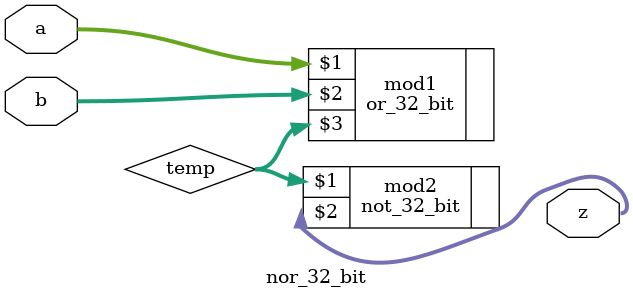
<source format=v>
`timescale 1ns / 1ps


module nor_32_bit(a,b,z
    
    );
    input [31:0] a,b;
    output wire [31:0] z;
    wire [31:0] temp;
    
    or_32_bit mod1(a,b,temp);
    not_32_bit mod2(temp,z);
endmodule

</source>
